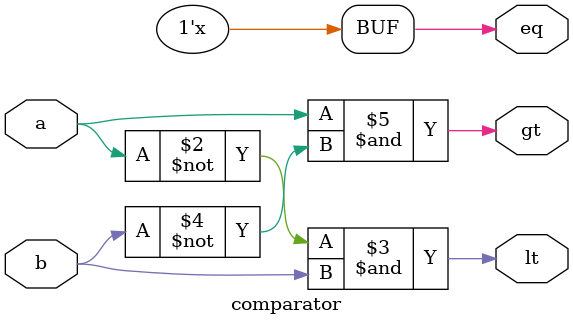
<source format=v>
`timescale 1ns / 1ps
module comparator(a, b, eq, lt, gt
    );
	input a, b;
	output reg eq, lt, gt;
	always @(a, b)
	begin
		lt <= ~a & b;
		gt <= a & ~b;
		eq <= ~(lt^gt);
	end

endmodule

</source>
